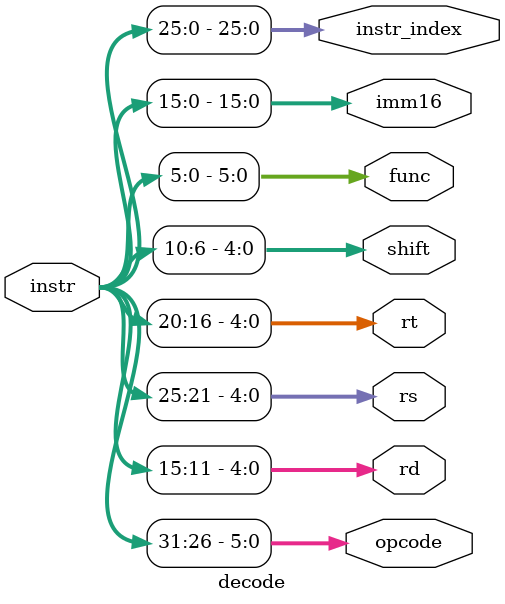
<source format=v>
`timescale 1ns / 1ns
module decode(
    input [31:0] instr,
    output [5:0] opcode,
    output [4:0] rd,
    output [4:0] rs,
    output [4:0] rt,
    output [4:0] shift,
    output [5:0] func,
    output [15:0] imm16,
    output [25:0] instr_index
    );
	 assign opcode=instr[31:26];
	 assign rs=instr[25:21];
	 assign rt=instr[20:16];
	 assign rd=instr[15:11];
	 assign shift=instr[10:6];
	 assign func=instr[5:0];
	 assign imm16=instr[15:0];
	 assign instr_index=instr[25:0];

endmodule

</source>
